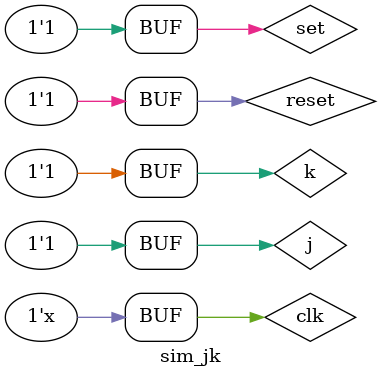
<source format=v>
`timescale 1ns / 1ps


module sim_jk(

    );

    wire q;
    reg j;
    reg k;
    reg clk;
    reg reset;
    reg set;

    jk u1(
      .j(j),
      .k(k),
      .clk(clk),
      .reset(reset),
      .set(set),
      .q(q)
    );

    initial begin
      j = 0;
      k = 0;
      clk = 0;
      reset = 1;
      set = 1;

      #10;
      j = 0;
      k = 1;
      reset = 0;
      #20;
      reset = 0;
      #20;
      reset = 1;
      set = 0;
      #20;
      set = 1;

      j = 0;
      k = 0;
      #20;

      j = 0;
      k = 1;
      #20;
      #20;
      
      j = 0;
      k = 0;
      #20;

      j = 1;
      k = 0;
      #20;
      #20;

      j = 1;
      k = 1;
      #20;
      #20;
      #20;
    end

    always #10 begin
      clk = ~clk;
    end
endmodule

</source>
